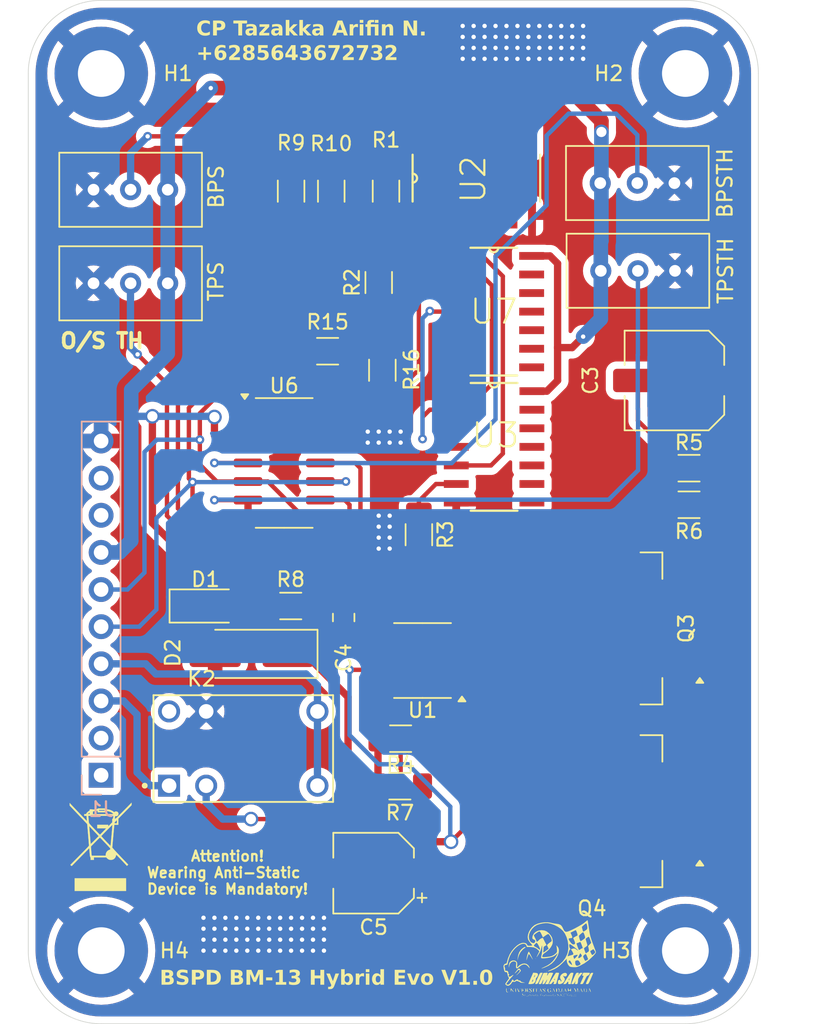
<source format=kicad_pcb>
(kicad_pcb (version 20240108) (generator "pcbnew") (generator_version "8.0")
  (layers (0 "F.Cu" signal) (31 "B.Cu" signal) (34 "B.Paste" user) (35 "F.Paste" user) (36 "B.SilkS" user "B.Silkscreen") (37 "F.SilkS" user "F.Silkscreen") (38 "B.Mask" user) (39 "F.Mask" user) (44 "Edge.Cuts" user))
  (net 0 "")
  (net 1 "GND")
  (net 2 "+5V")
  (net 3 "Net-(Q3-G)")
  (net 4 "Net-(U1-CV)")
  (net 5 "Net-(Q4-D)")
  (net 6 "Net-(Q3-D)")
  (net 7 "Net-(U2-1A)")
  (net 8 "Net-(U2-1B)")
  (net 9 "Net-(U2-1Y)")
  (net 11 "Net-(D1-A)")
  (net 12 "Net-(D2-K)")
  (net 22 "Net-(U3-2Y)")
  (net 23 "Net-(U6C-+)")
  (net 24 "Net-(U6D-+)")
  (net 25 "Net-(U3-1A)")
  (net 26 "Net-(U3-1B)")
  (net 27 "Net-(U6A--)")
  (net 30 "Net-(U3-1Y)")
  (net 32 "BrakePress")
  (net 36 "ThrottlePos")
  (net 37 "NC")
  (net 38 "COM")
  (net 39 "Net-(U7-1A)")
  (net 40 "Net-(U7-2A)")
  (footprint "Resistor_SMD:R_1206_3216Metric_Pad1.30x1.75mm_HandSolder" (layer "F.Cu") (at 147.5 73.55 -90)
    (property "Reference" "R10")
    (property "Value" "1M")
  )
  (footprint "Package_SO:SOIC-8_3.9x4.9mm_P1.27mm" (layer "F.Cu") (at 153.75 105.655 180)
    (property "Reference" "U1")
    (property "Value" "NE555D")
  )
  (footprint "Potentiometer_THT:Potentiometer_Bourns_3296W_Vertical" (layer "F.Cu") (at 136.3 73.45)
    (property "Reference" "BPS")
    (property "Value" "R_Potentiometer_Trim")
  )
  (footprint "Resistor_SMD:R_1206_3216Metric_Pad1.30x1.75mm_HandSolder" (layer "F.Cu") (at 152.2 114.25 180)
    (property "Reference" "R7")
    (property "Value" "1M")
  )
  (footprint "Resistor_SMD:R_1206_3216Metric_Pad1.30x1.75mm_HandSolder" (layer "F.Cu") (at 147.25 84.5)
    (property "Reference" "R15")
    (property "Value" "10K")
  )
  (footprint "Resistor_SMD:R_1206_3216Metric_Pad1.30x1.75mm_HandSolder" (layer "F.Cu") (at 153.5 97.05 -90)
    (property "Reference" "R3")
    (property "Value" "10K")
  )
  (footprint "Resistor_SMD:R_1206_3216Metric_Pad1.30x1.75mm_HandSolder" (layer "F.Cu") (at 172 92.5 180)
    (property "Reference" "R5")
    (property "Value" "100K")
  )
  (footprint "74HC04D:SOIC127P600X175-14N" (layer "F.Cu") (at 158.6316 81.79)
    (property "Reference" "U7")
    (property "Value" "74HC04D")
  )
  (footprint "MountingHole:MountingHole_3.2mm_M3_Pad_TopBottom" (layer "F.Cu") (at 131.75 125.5)
    (property "Reference" "H4")
    (property "Value" "MountingHole_Pad")
  )
  (footprint "G5V-1_DC5:RELAY_G5V-1_DC5" (layer "F.Cu") (at 141.475 111.675)
    (property "Reference" "K2")
    (property "Value" "G5V-1_DC5")
  )
  (footprint "Capacitor_SMD:CP_Elec_5x5.3" (layer "F.Cu") (at 150.4 120.2 180)
    (property "Reference" "C5")
    (property "Value" "10uF")
  )
  (footprint "Resistor_SMD:R_1206_3216Metric_Pad1.30x1.75mm_HandSolder" (layer "F.Cu") (at 151 85.8 -90)
    (property "Reference" "R16")
    (property "Value" "10K")
  )
  (footprint "MountingHole:MountingHole_3.2mm_M3_Pad_TopBottom" (layer "F.Cu") (at 131.75 65.5)
    (property "Reference" "H1")
    (property "Value" "MountingHole_Pad")
  )
  (footprint "Package_TO_SOT_SMD:TO-263-2" (layer "F.Cu") (at 165.35 115.96 180)
    (property "Reference" "Q4")
    (property "Value" "IRFS4127")
  )
  (footprint "MountingHole:MountingHole_3.2mm_M3_Pad_TopBottom" (layer "F.Cu") (at 171.75 65.5)
    (property "Reference" "H2")
    (property "Value" "MountingHole_Pad")
  )
  (footprint "Resistor_SMD:R_1206_3216Metric_Pad1.30x1.75mm_HandSolder" (layer "F.Cu") (at 144.75 73.55 -90)
    (property "Reference" "R9")
    (property "Value" "1M")
  )
  (footprint "TazCustomLogo:Bimsaklogo" (layer "F.Cu") (at 162.5 126)
    (property "Reference" "G***" (hide yes))
    (property "Value" "LOGO" (hide yes))
  )
  (footprint "MountingHole:MountingHole_3.2mm_M3_Pad_TopBottom" (layer "F.Cu") (at 171.75 125.5)
    (property "Reference" "H3")
    (property "Value" "MountingHole_Pad")
  )
  (footprint "Resistor_SMD:R_1206_3216Metric_Pad1.30x1.75mm_HandSolder" (layer "F.Cu") (at 172 95 180)
    (property "Reference" "R6")
    (property "Value" "100K")
  )
  (footprint "LED_SMD:LED_1206_3216Metric_Pad1.42x1.75mm_HandSolder" (layer "F.Cu") (at 138.8875 101.925)
    (property "Reference" "D1")
    (property "Value" "LED")
  )
  (footprint "Package_SO:SOIC-14_3.9x8.7mm_P1.27mm" (layer "F.Cu") (at 144.275 92.14)
    (property "Reference" "U6")
    (property "Value" "LM339")
  )
  (footprint "Symbol:WEEE-Logo_4.2x6mm_SilkScreen" (layer "F.Cu") (at 131.7 118.4)
    (property "Reference" "REF**" (hide yes))
    (property "Value" "WEEE-Logo_4.2x6mm_SilkScreen" (hide yes))
  )
  (footprint "Resistor_SMD:R_1206_3216Metric_Pad1.30x1.75mm_HandSolder" (layer "F.Cu") (at 150.75 79.8 90)
    (property "Reference" "R2")
    (property "Value" "10K")
  )
  (footprint "Resistor_SMD:R_1206_3216Metric_Pad1.30x1.75mm_HandSolder" (layer "F.Cu") (at 151.25 73.55 -90)
    (property "Reference" "R1")
    (property "Value" "10K")
  )
  (footprint "Capacitor_SMD:C_Elec_6.3x7.7" (layer "F.Cu") (at 171 86.5 180)
    (property "Reference" "C3")
    (property "Value" "100uF")
  )
  (footprint "Diode_SMD:D_SMA_Handsoldering" (layer "F.Cu") (at 142.05 105.2 180)
    (property "Reference" "D2")
    (property "Value" "SS210")
  )
  (footprint "Resistor_SMD:R_1206_3216Metric_Pad1.30x1.75mm_HandSolder" (layer "F.Cu") (at 144.725 101.925)
    (property "Reference" "R8")
    (property "Value" "150")
  )
  (footprint "ADD ON:SOIC127P600X175-14N" (layer "F.Cu") (at 158.65 91.04)
    (property "Reference" "U3")
    (property "Value" "74HC32D_653")
  )
  (footprint "Potentiometer_THT:Potentiometer_Bourns_3296W_Vertical" (layer "F.Cu") (at 165.96 79 180)
    (property "Reference" "TPSTH")
    (property "Value" "R_Potentiometer_Trim")
  )
  (footprint "Potentiometer_THT:Potentiometer_Bourns_3296W_Vertical" (layer "F.Cu") (at 136.3 79.85)
    (property "Reference" "TPS")
    (property "Value" "R_Potentiometer_Trim")
  )
  (footprint "Potentiometer_THT:Potentiometer_Bourns_3296W_Vertical" (layer "F.Cu") (at 165.92 73 180)
    (property "Reference" "BPSTH")
    (property "Value" "R_Potentiometer_Trim")
  )
  (footprint "Package_TO_SOT_SMD:TO-263-2" (layer "F.Cu") (at 165.35 103.46 180)
    (property "Reference" "Q3")
    (property "Value" "IRFS4127")
  )
  (footprint "Capacitor_SMD:C_0805_2012Metric_Pad1.18x1.45mm_HandSolder" (layer "F.Cu") (at 148.35 102.7125 90)
    (property "Reference" "C4")
    (property "Value" "1uF")
  )
  (footprint "Resistor_SMD:R_1206_3216Metric_Pad1.30x1.75mm_HandSolder" (layer "F.Cu") (at 152.25 111 180)
    (property "Reference" "R4")
    (property "Value" "10K")
  )
  (footprint "ADD ON:SOIC127P600X175-14N" (layer "F.Cu") (at 157.44 72.6592 90)
    (property "Reference" "U2")
    (property "Value" "74HC08D-T")
  )
  (footprint "Connector_PinHeader_2.54mm:PinHeader_1x10_P2.54mm_Vertical" (layer "B.Cu") (at 131.74 113.5)
    (property "Reference" "J1")
    (property "Value" "Conn_01x10_Pin")
  )
  (gr_line (start 131.75 130.5) (end 171.75 130.5) (stroke (width 0.05)) (layer "Edge.Cuts"))
  (gr_arc (start 171.75 60.5) (mid 175.285534 61.964466) (end 176.75 65.5) (stroke (width 0.05)) (layer "Edge.Cuts"))
  (gr_line (start 126.75 125.5) (end 126.75 65.5) (stroke (width 0.05)) (layer "Edge.Cuts"))
  (gr_arc (start 176.75 125.5) (mid 175.285534 129.035534) (end 171.75 130.5) (stroke (width 0.05)) (layer "Edge.Cuts"))
  (gr_line (start 131.75 60.5) (end 171.75 60.5) (stroke (width 0.05)) (layer "Edge.Cuts"))
  (gr_arc (start 131.75 130.5) (mid 128.214466 129.035534) (end 126.75 125.5) (stroke (width 0.05)) (layer "Edge.Cuts"))
  (gr_line (start 176.75 125.5) (end 176.75 65.5) (stroke (width 0.05)) (layer "Edge.Cuts"))
  (gr_arc (start 126.75 65.5) (mid 128.214466 61.964466) (end 131.75 60.5) (stroke (width 0.05)) (layer "Edge.Cuts"))
  (gr_text "O/S TH\n" (at 128.825 84.375 0) (layer "F.SilkS") (effects (font (size 1 1) (thickness 0.25) (bold yes)) (justify left bottom)))
  (gr_text "Attention!\nWearing Anti-Static \nDevice is Mandatory!" (at 140.4 121.7 0) (layer "F.SilkS") (effects (font (size 0.7 0.7) (thickness 0.15) (bold yes)) (justify bottom)))
  (gr_text "BSPD BM-13 Hybrid Evo V1.0" (at 135.75 128 0) (layer "F.SilkS") (effects (font (size 1 1) (thickness 0.2) (bold yes)) (justify left bottom)))
  (gr_text "CP Tazakka Arifin N.\n+6285643672732" (at 138.25 64.75 0) (layer "F.SilkS") (effects (font (size 1 1) (thickness 0.25) (bold yes)) (justify left bottom)))
  (via (at 143.25 123.25) (size 0.6) (drill 0.3) (layers "F.Cu" "B.Cu") (net 1))
  (via (at 145.5 124) (size 0.6) (drill 0.3) (layers "F.Cu" "B.Cu") (net 1))
  (via (at 161 63) (size 0.6) (drill 0.3) (layers "F.Cu" "B.Cu") (net 1))
  (via (at 164.75 63.75) (size 0.6) (drill 0.3) (layers "F.Cu" "B.Cu") (net 1))
  (via (at 164 63) (size 0.6) (drill 0.3) (layers "F.Cu" "B.Cu") (net 1))
  (via (at 150 90.75) (size 0.6) (drill 0.3) (layers "F.Cu" "B.Cu") (net 1))
  (via (at 142.5 125.5) (size 0.6) (drill 0.3) (layers "F.Cu" "B.Cu") (net 1))
  (via (at 151.5 90) (size 0.6) (drill 0.3) (layers "F.Cu" "B.Cu") (net 1))
  (via (at 140.25 124) (size 0.6) (drill 0.3) (layers "F.Cu" "B.Cu") (net 1))
  (via (at 156.5 63) (size 0.6) (drill 0.3) (layers "F.Cu" "B.Cu") (net 1))
  (via (at 162.5 63) (size 0.6) (drill 0.3) (layers "F.Cu" "B.Cu") (net 1))
  (via (at 150 90) (size 0.6) (drill 0.3) (layers "F.Cu" "B.Cu") (net 1))
  (via (at 161.75 64.5) (size 0.6) (drill 0.3) (layers "F.Cu" "B.Cu") (net 1))
  (via (at 141 123.25) (size 0.6) (drill 0.3) (layers "F.Cu" "B.Cu") (net 1))
  (via (at 146.25 125.5) (size 0.6) (drill 0.3) (layers "F.Cu" "B.Cu") (net 1))
  (via (at 145.5 123.25) (size 0.6) (drill 0.3) (layers "F.Cu" "B.Cu") (net 1))
  (via (at 151.5 97.25) (size 0.6) (drill 0.3) (layers "F.Cu" "B.Cu") (net 1))
  (via (at 143.25 125.5) (size 0.6) (drill 0.3) (layers "F.Cu" "B.Cu") (net 1))
  (via (at 164.75 62.25) (size 0.6) (drill 0.3) (layers "F.Cu" "B.Cu") (net 1))
  (via (at 151.5 96.5) (size 0.6) (drill 0.3) (layers "F.Cu" "B.Cu") (net 1))
  (via (at 161 64.5) (size 0.6) (drill 0.3) (layers "F.Cu" "B.Cu") (net 1))
  (via (at 138.75 123.25) (size 0.6) (drill 0.3) (layers "F.Cu" "B.Cu") (net 1))
  (via (at 162.5 63.75) (size 0.6) (drill 0.3) (layers "F.Cu" "B.Cu") (net 1))
  (via (at 150.75 97.25) (size 0.6) (drill 0.3) (layers "F.Cu" "B.Cu") (net 1))
  (via (at 157.25 62.25) (size 0.6) (drill 0.3) (layers "F.Cu" "B.Cu") (net 1))
  (via (at 164 64.5) (size 0.6) (drill 0.3) (layers "F.Cu" "B.Cu") (net 1))
  (via (at 141 124.75) (size 0.6) (drill 0.3) (layers "F.Cu" "B.Cu") (net 1))
  (via (at 150.75 95.75) (size 0.6) (drill 0.3) (layers "F.Cu" "B.Cu") (net 1))
  (via (at 150.75 96.5) (size 0.6) (drill 0.3) (layers "F.Cu" "B.Cu") (net 1))
  (via (at 159.5 62.25) (size 0.6) (drill 0.3) (layers "F.Cu" "B.Cu") (net 1))
  (via (at 147 124.75) (size 0.6) (drill 0.3) (layers "F.Cu" "B.Cu") (net 1))
  (via (at 141.75 123.25) (size 0.6) (drill 0.3) (layers "F.Cu" "B.Cu") (net 1))
  (via (at 162.5 62.25) (size 0.6) (drill 0.3) (layers "F.Cu" "B.Cu") (net 1))
  (via (at 141.75 124.75) (size 0.6) (drill 0.3) (layers "F.Cu" "B.Cu") (net 1))
  (via (at 144.75 123.25) (size 0.6) (drill 0.3) (layers "F.Cu" "B.Cu") (net 1))
  (via (at 147 125.5) (size 0.6) (drill 0.3) (layers "F.Cu" "B.Cu") (net 1))
  (via (at 151.5 95.75) (size 0.6) (drill 0.3) (layers "F.Cu" "B.Cu") (net 1))
  (via (at 161.75 63.75) (size 0.6) (drill 0.3) (layers "F.Cu" "B.Cu") (net 1))
  (via (at 159.5 63.75) (size 0.6) (drill 0.3) (layers "F.Cu" "B.Cu") (net 1))
  (via (at 150.75 90) (size 0.6) (drill 0.3) (layers "F.Cu" "B.Cu") (net 1))
  (via (at 139.5 124.75) (size 0.6) (drill 0.3) (layers "F.Cu" "B.Cu") (net 1))
  (via (at 159.5 64.5) (size 0.6) (drill 0.3) (layers "F.Cu" "B.Cu") (net 1))
  (via (at 158 64.5) (size 0.6) (drill 0.3) (layers "F.Cu" "B.Cu") (net 1))
  (via (at 156.5 62.25) (size 0.6) (drill 0.3) (layers "F.Cu" "B.Cu") (net 1))
  (via (at 147 123.25) (size 0.6) (drill 0.3) (layers "F.Cu" "B.Cu") (net 1))
  (via (at 159.5 63) (size 0.6) (drill 0.3) (layers "F.Cu" "B.Cu") (net 1))
  (via (at 146.25 124) (size 0.6) (drill 0.3) (layers "F.Cu" "B.Cu") (net 1))
  (via (at 141 125.5) (size 0.6) (drill 0.3) (layers "F.Cu" "B.Cu") (net 1))
  (via (at 163.25 63.75) (size 0.6) (drill 0.3) (layers "F.Cu" "B.Cu") (net 1))
  (via (at 157.25 63) (size 0.6) (drill 0.3) (layers "F.Cu" "B.Cu") (net 1))
  (via (at 138.75 125.5) (size 0.6) (drill 0.3) (layers "F.Cu" "B.Cu") (net 1))
  (via (at 138.75 124) (size 0.6) (drill 0.3) (layers "F.Cu" "B.Cu") (net 1))
  (via (at 142.5 123.25) (size 0.6) (drill 0.3) (layers "F.Cu" "B.Cu") (net 1))
  (via (at 147 124) (size 0.6) (drill 0.3) (layers "F.Cu" "B.Cu") (net 1))
  (via (at 164.75 64.5) (size 0.6) (drill 0.3) (layers "F.Cu" "B.Cu") (net 1))
  (via (at 160.25 63) (size 0.6) (drill 0.3) (layers "F.Cu" "B.Cu") (net 1))
  (via (at 152.25 90) (size 0.6) (drill 0.3) (layers "F.Cu" "B.Cu") (net 1))
  (via (at 152.25 90.75) (size 0.6) (drill 0.3) (layers "F.Cu" "B.Cu") (net 1))
  (via (at 158.75 62.25) (size 0.6) (drill 0.3) (layers "F.Cu" "B.Cu") (net 1))
  (via (at 140.25 125.5) (size 0.6) (drill 0.3) (layers "F.Cu" "B.Cu") (net 1))
  (via (at 144 124.75) (size 0.6) (drill 0.3) (layers "F.Cu" "B.Cu") (net 1))
  (via (at 140.25 123.25) (size 0.6) (drill 0.3) (layers "F.Cu" "B.Cu") (net 1))
  (via (at 164 63.75) (size 0.6) (drill 0.3) (layers "F.Cu" "B.Cu") (net 1))
  (via (at 150.75 98) (size 0.6) (drill 0.3) (layers "F.Cu" "B.Cu") (net 1))
  (via (at 143.25 124.75) (size 0.6) (drill 0.3) (layers "F.Cu" "B.Cu") (net 1))
  (via (at 158 62.25) (size 0.6) (drill 0.3) (layers "F.Cu" "B.Cu") (net 1))
  (via (at 142.5 124) (size 0.6) (drill 0.3) (layers "F.Cu" "B.Cu") (net 1))
  (via (at 156.5 64.5) (size 0.6) (drill 0.3) (layers "F.Cu" "B.Cu") (net 1))
  (via (at 145.5 125.5) (size 0.6) (drill 0.3) (layers "F.Cu" "B.Cu") (net 1))
  (via (at 161.75 63) (size 0.6) (drill 0.3) (layers "F.Cu" "B.Cu") (net 1))
  (via (at 163.25 63) (size 0.6) (drill 0.3) (layers "F.Cu" "B.Cu") (net 1))
  (via (at 150.75 90.75) (size 0.6) (drill 0.3) (layers "F.Cu" "B.Cu") (net 1))
  (via (at 163.25 62.25) (size 0.6) (drill 0.3) (layers "F.Cu" "B.Cu") (net 1))
  (via (at 144.75 125.5) (size 0.6) (drill 0.3) (layers "F.Cu" "B.Cu") (net 1))
  (via (at 146.25 124.75) (size 0.6) (drill 0.3) (layers "F.Cu" "B.Cu") (net 1))
  (via (at 157.25 64.5) (size 0.6) (drill 0.3) (layers "F.Cu" "B.Cu") (net 1))
  (via (at 146.25 123.25) (size 0.6) (drill 0.3) (layers "F.Cu" "B.Cu") (net 1))
  (via (at 142.5 124.75) (size 0.6) (drill 0.3) (layers "F.Cu" "B.Cu") (net 1))
  (via (at 158.75 63) (size 0.6) (drill 0.3) (layers "F.Cu" "B.Cu") (net 1))
  (via (at 160.25 63.75) (size 0.6) (drill 0.3) (layers "F.Cu" "B.Cu") (net 1))
  (via (at 141.75 125.5) (size 0.6) (drill 0.3) (layers "F.Cu" "B.Cu") (net 1))
  (via (at 144.75 124) (size 0.6) (drill 0.3) (layers "F.Cu" "B.Cu") (net 1))
  (via (at 151.5 90.75) (size 0.6) (drill 0.3) (layers "F.Cu" "B.Cu") (net 1))
  (via (at 151.5 98) (size 0.6) (drill 0.3) (layers "F.Cu" "B.Cu") (net 1))
  (via (at 143.25 124) (size 0.6) (drill 0.3) (layers "F.Cu" "B.Cu") (net 1))
  (via (at 139.5 124) (size 0.6) (drill 0.3) (layers "F.Cu" "B.Cu") (net 1))
  (via (at 158 63.75) (size 0.6) (drill 0.3) (layers "F.Cu" "B.Cu") (net 1))
  (via (at 163.25 64.5) (size 0.6) (drill 0.3) (layers "F.Cu" "B.Cu") (net 1))
  (via (at 161.75 62.25) (size 0.6) (drill 0.3) (layers "F.Cu" "B.Cu") (net 1))
  (via (at 158.75 64.5) (size 0.6) (drill 0.3) (layers "F.Cu" "B.Cu") (net 1))
  (via (at 139.5 123.25) (size 0.6) (drill 0.3) (layers "F.Cu" "B.Cu") (net 1))
  (via (at 145.5 124.75) (size 0.6) (drill 0.3) (layers "F.Cu" "B.Cu") (net 1))
  (via (at 160.25 62.25) (size 0.6) (drill 0.3) (layers "F.Cu" "B.Cu") (net 1))
  (via (at 144 124) (size 0.6) (drill 0.3) (layers "F.Cu" "B.Cu") (net 1))
  (via (at 144 125.5) (size 0.6) (drill 0.3) (layers "F.Cu" "B.Cu") (net 1))
  (via (at 157.25 63.75) (size 0.6) (drill 0.3) (layers "F.Cu" "B.Cu") (net 1))
  (via (at 160.25 64.5) (size 0.6) (drill 0.3) (layers "F.Cu" "B.Cu") (net 1))
  (via (at 138.75 124.75) (size 0.6) (drill 0.3) (layers "F.Cu" "B.Cu") (net 1))
  (via (at 161 62.25) (size 0.6) (drill 0.3) (layers "F.Cu" "B.Cu") (net 1))
  (via (at 144.75 124.75) (size 0.6) (drill 0.3) (layers "F.Cu" "B.Cu") (net 1))
  (via (at 158.75 63.75) (size 0.6) (drill 0.3) (layers "F.Cu" "B.Cu") (net 1))
  (via (at 162.5 64.5) (size 0.6) (drill 0.3) (layers "F.Cu" "B.Cu") (net 1))
  (via (at 139.5 125.5) (size 0.6) (drill 0.3) (layers "F.Cu" "B.Cu") (net 1))
  (via (at 156.5 63.75) (size 0.6) (drill 0.3) (layers "F.Cu" "B.Cu") (net 1))
  (via (at 164.75 63) (size 0.6) (drill 0.3) (layers "F.Cu" "B.Cu") (net 1))
  (via (at 164 62.25) (size 0.6) (drill 0.3) (layers "F.Cu" "B.Cu") (net 1))
  (via (at 141.75 124) (size 0.6) (drill 0.3) (layers "F.Cu" "B.Cu") (net 1))
  (via (at 144 123.25) (size 0.6) (drill 0.3) (layers "F.Cu" "B.Cu") (net 1))
  (via (at 140.25 124.75) (size 0.6) (drill 0.3) (layers "F.Cu" "B.Cu") (net 1))
  (via (at 161 63.75) (size 0.6) (drill 0.3) (layers "F.Cu" "B.Cu") (net 1))
  (via (at 158 63) (size 0.6) (drill 0.3) (layers "F.Cu" "B.Cu") (net 1))
  (via (at 141 124) (size 0.6) (drill 0.3) (layers "F.Cu" "B.Cu") (net 1))
  (segment (start 156.225 103.75) (end 156.225 102.75) (width 0.5) (layer "F.Cu") (net 2))
  (segment (start 135.25 96.25) (end 135.25 88.95) (width 0.5) (layer "F.Cu") (net 2))
  (segment (start 153.5 66.5) (end 139.25 66.5) (width 1) (layer "F.Cu") (net 2))
  (segment (start 145.7 84.5) (end 145.7 83.8) (width 0.5) (layer "F.Cu") (net 2))
  (segment (start 162.27 87.23) (end 161.2408 87.23) (width 0.5) (layer "F.Cu") (net 2))
  (segment (start 149.75 72) (end 151.25 72) (width 0.5) (layer "F.Cu") (net 2))
  (segment (start 151.275 107.56) (end 152.69 107.56) (width 0.5) (layer "F.Cu") (net 2))
  (segment (start 153.63 70.0684) (end 151.9316 70.0684) (width 0.5) (layer "F.Cu") (net 2))
  (segment (start 166 69.5) (end 166 68.75) (width 1) (layer "F.Cu") (net 2))
  (segment (start 150.7 111) (end 150.7 109.55) (width 0.5) (layer "F.Cu") (net 2))
  (segment (start 149 98.75) (end 137.75 98.75) (width 0.5) (layer "F.Cu") (net 2))
  (segment (start 150.5 82.5) (end 151 83) (width 0.5) (layer "F.Cu") (net 2))
  (segment (start 149.75 78.25) (end 149.5 78) (width 0.5) (layer "F.Cu") (net 2))
  (segment (start 164 84.25) (end 163 84.25) (width 0.5) (layer "F.Cu") (net 2))
  (segment (start 152 101.75) (end 149 98.75) (width 0.5) (layer "F.Cu") (net 2))
  (segment (start 153 107.25) (end 153 105.76005) (width 0.5) (layer "F.Cu") (net 2))
  (segment (start 161.2224 77.98) (end 162.48 77.98) (width 0.5) (layer "F.Cu") (net 2))
  (segment (start 147 82.5) (end 150.5 82.5) (width 0.5) (layer "F.Cu") (net 2))
  (segment (start 140.12 90.87) (end 143.13 90.87) (width 0.5) (layer "F.Cu") (net 2))
  (segment (start 151 83) (end 151 84.25) (width 0.5) (layer "F.Cu") (net 2))
  (segment (start 151.9316 70.0684) (end 151.25 70.75) (width 0.5) (layer "F.Cu") (net 2))
  (segment (start 149.5 73.5) (end 149.5 72.25) (width 0.5) (layer "F.Cu") (net 2))
  (segment (start 153 105.76005) (end 155.01005 103.75) (width 0.5) (layer "F.Cu") (net 2))
  (segment (start 155.01005 103.75) (end 156.225 103.75) (width 0.5) (layer "F.Cu") (net 2))
  (segment (start 153.5 66.5) (end 153.63 66.63) (width 1) (layer "F.Cu") (net 2))
  (segment (start 162.48 77.98) (end 163 78.5) (width 0.5) (layer "F.Cu") (net 2))
  (segment (start 150.75 78.25) (end 149.75 78.25) (width 0.5) (layer "F.Cu") (net 2))
  (segment (start 163 78.5) (end 163 84.25) (width 0.5) (layer "F.Cu") (net 2))
  (segment (start 163.75 66.5) (end 153.5 66.5) (width 1) (layer "F.Cu") (net 2))
  (segment (start 166 68.75) (end 163.75 66.5) (width 1) (layer "F.Cu") (net 2))
  (segment (start 163 86.5) (end 162.27 87.23) (width 0.5) (layer "F.Cu") (net 2))
  (segment (start 144.75 85.45) (end 145.7 84.5) (width 0.5) (layer "F.Cu") (net 2))
  (segment (start 156.225 102.75) (end 155.225 101.75) (width 0.5) (layer "F.Cu") (net 2))
  (segment (start 151.25 70.75) (end 151.25 72) (width 0.5) (layer "F.Cu") (net 2))
  (segment (start 137.75 98.75) (end 135.25 96.25) (width 0.5) (layer "F.Cu") (net 2))
  (segment (start 152.69 107.56) (end 153 107.25) (width 0.5) (layer "F.Cu") (net 2))
  (segment (start 153.63 66.63) (end 153.63 70.0684) (width 0.5) (layer "F.Cu") (net 2))
  (segment (start 150.7 111) (end 150.7 114.2) (width 0.5) (layer "F.Cu") (net 2))
  (segment (start 149.5 78) (end 149.5 73.5) (width 0.5) (layer "F.Cu") (net 2))
  (segment (start 139.5 89) (end 139.5 90.25) (width 0.5) (layer "F.Cu") (net 2))
  (segment (start 155.225 101.75) (end 152 101.75) (width 0.5) (layer "F.Cu") (net 2))
  (segment (start 150.7 109.55) (end 151.275 108.975) (width 0.5) (layer "F.Cu") (net 2))
  (segment (start 149.5 72.25) (end 149.75 72) (width 0.5) (layer "F.Cu") (net 2))
  (segment (start 150.7 114.2) (end 150.65 114.25) (width 0.5) (layer "F.Cu") (net 2))
  (segment (start 145.7 83.8) (end 147 82.5) (width 0.5) (layer "F.Cu") (net 2))
  (segment (start 163 84.25) (end 163 86.5) (width 0.5) (layer "F.Cu") (net 2))
  (segment (start 151.275 108.975) (end 151.275 107.56) (width 0.5) (layer "F.Cu") (net 2))
  (segment (start 139.5 90.25) (end 140.12 90.87) (width 0.5) (layer "F.Cu") (net 2))
  (segment (start 144.75 89.25) (end 144.75 85.45) (width 0.5) (layer "F.Cu") (net 2))
  (segment (start 164.75 83.5) (end 164 84.25) (width 0.5) (layer "F.Cu") (net 2))
  (segment (start 143.13 90.87) (end 144.75 89.25) (width 0.5) (layer "F.Cu") (net 2))
  (via (at 135.25 88.95) (size 1) (drill 0.7) (layers "F.Cu" "B.Cu") (net 2))
  (via (at 139.25 66.5) (size 0.6) (drill 0.3) (layers "F.Cu" "B.Cu") (net 2))
  (via (at 164.75 83.5) (size 0.6) (drill 0.3) (layers "F.Cu" "B.Cu") (net 2))
  (via (at 166 69.5) (size 1) (drill 0.7) (layers "F.Cu" "B.Cu") (net 2))
  (via (at 139.5 89) (size 1) (drill 0.7) (layers "F.Cu" "B.Cu") (net 2))
  (segment (start 136.3 69.45) (end 136.3 84.65) (width 1) (layer "B.Cu") (net 2))
  (segment (start 165.96 82.29) (end 165.96 80.25) (width 1) (layer "B.Cu") (net 2))
  (segment (start 133.8 97.46) (end 133 98.26) (width 1) (layer "B.Cu") (net 2))
  (segment (start 139.25 66.5) (end 136.3 69.45) (width 1) (layer "B.Cu") (net 2))
  (segment (start 166 76.95) (end 165.96 76.99) (width 1) (layer "B.Cu") (net 2))
  (segment (start 166 69.5) (end 166 76.95) (width 1) (layer "B.Cu") (net 2))
  (segment (start 165.96 76.99) (end 165.96 80.25) (width 1) (layer "B.Cu") (net 2))
  (segment (start 133 98.26) (end 131.74 98.26) (width 1) (layer "B.Cu") (net 2))
  (segment (start 133.8 87.15) (end 133.8 97.46) (width 1) (layer "B.Cu") (net 2))
  (segment (start 135.25 88.95) (end 133.8 88.95) (width 0.5) (layer "B.Cu") (net 2))
  (segment (start 136.3 84.65) (end 133.8 87.15) (width 1) (layer "B.Cu") (net 2))
  (segment (start 164.75 83.5) (end 165.96 82.29) (width 1) (layer "B.Cu") (net 2))
  (segment (start 135.25 88.95) (end 139.45 88.95) (width 0.5) (layer "B.Cu") (net 2))
  (segment (start 139.45 88.95) (end 139.5 89) (width 0.5) (layer "B.Cu") (net 2))
  (segment (start 169.25 105) (end 169.25 117.75) (width 0.3) (layer "F.Cu") (net 3))
  (segment (start 168.5 89.25) (end 168.5 86.5375) (width 0.3) (layer "F.Cu") (net 3))
  (segment (start 169.25 105.25) (end 170 106) (width 0.3) (layer "F.Cu") (net 3))
  (segment (start 158.875 97) (end 169.25 97) (width 0.3) (layer "F.Cu") (net 3))
  (segment (start 153.5 98.6) (end 157.275 98.6) (width 0.3) (layer "F.Cu") (net 3))
  (segment (start 168.5 86.5375) (end 168.4625 86.5) (width 0.3) (layer "F.Cu") (net 3))
  (segment (start 169.25 97) (end 170.45 95.8) (width 0.3) (layer "F.Cu") (net 3))
  (segment (start 170.45 95.8) (end 170.45 91.2) (width 0.3) (layer "F.Cu") (net 3))
  (segment (start 170.45 91.2) (end 168.5 89.25) (width 0.3) (layer "F.Cu") (net 3))
  (segment (start 169.25 97) (end 169.25 105) (width 0.3) (layer "F.Cu") (net 3))
  (segment (start 169.25 105) (end 169.25 105.25) (width 0.3) (layer "F.Cu") (net 3))
  (segment (start 170 106) (end 173 106) (width 0.3) (layer "F.Cu") (net 3))
  (segment (start 157.275 98.6) (end 158.875 97) (width 0.3) (layer "F.Cu") (net 3))
  (segment (start 169.25 117.75) (end 170 118.5) (width 0.3) (layer "F.Cu") (net 3))
  (segment (start 170 118.5) (end 173 118.5) (width 0.3) (layer "F.Cu") (net 3))
  (segment (start 151.275 103.75) (end 148.35 103.75) (width 0.5) (layer "F.Cu") (net 4))
  (segment (start 157.79 115.96) (end 163.85 115.96) (width 0.3) (layer "F.Cu") (net 5))
  (segment (start 153.75 118.05) (end 152.6 119.2) (width 0.5) (layer "F.Cu") (net 5))
  (segment (start 153.75 114.25) (end 153.75 118.05) (width 0.5) (layer "F.Cu") (net 5))
  (segment (start 151.275 106.29) (end 151.275 105.02) (width 0.5) (layer "F.Cu") (net 5))
  (segment (start 152.6 119.2) (end 152.6 120.2) (width 0.5) (layer "F.Cu") (net 5))
  (segment (start 148.75 106.29) (end 151.275 106.29) (width 0.3) (layer "F.Cu") (net 5))
  (segment (start 155.7 118.05) (end 153.75 118.05) (width 0.5) (layer "F.Cu") (net 5))
  (segment (start 155.7 118.05) (end 157.79 115.96) (width 0.3) (layer "F.Cu") (net 5))
  (via (at 155.7 118.05) (size 1) (drill 0.7) (layers "F.Cu" "B.Cu") (net 5))
  (via (at 148.75 106.29) (size 0.6) (drill 0.3) (layers "F.Cu" "B.Cu") (net 5))
  (segment (start 148.75 106.29) (end 148.75 110.75) (width 0.3) (layer "B.Cu") (net 5))
  (segment (start 148.75 110.75) (end 150.75 112.75) (width 0.3) (layer "B.Cu") (net 5))
  (segment (start 152.75 112.75) (end 155.65 115.65) (width 0.3) (layer "B.Cu") (net 5))
  (segment (start 155.65 118) (end 155.7 118.05) (width 0.3) (layer "B.Cu") (net 5))
  (segment (start 150.75 112.75) (end 152.75 112.75) (width 0.3) (layer "B.Cu") (net 5))
  (segment (start 155.65 115.65) (end 155.65 118) (width 0.3) (layer "B.Cu") (net 5))
  (segment (start 154.5 108.6) (end 153.8 109.3) (width 0.3) (layer "F.Cu") (net 6))
  (segment (start 154.75 106.29) (end 154.5 106.54) (width 0.3) (layer "F.Cu") (net 6))
  (segment (start 153.8 111) (end 156.25 111) (width 0.3) (layer "F.Cu") (net 6))
  (segment (start 156.225 106.29) (end 154.75 106.29) (width 0.3) (layer "F.Cu") (net 6))
  (segment (start 153.8 109.3) (end 153.8 111) (width 0.3) (layer "F.Cu") (net 6))
  (segment (start 156.25 111) (end 161.015 106.235) (width 0.3) (layer "F.Cu") (net 6))
  (segment (start 154.5 106.54) (end 154.5 108.6) (width 0.3) (layer "F.Cu") (net 6))
  (segment (start 161.015 106.235) (end 161.425 106.235) (width 0.3) (layer "F.Cu") (net 6))
  (segment (start 152.75 78.5) (end 151.5 79.75) (width 0.3) (layer "F.Cu") (net 7))
  (segment (start 141.8 86.7) (end 141.8 88.33) (width 0.3) (layer "F.Cu") (net 7))
  (segment (start 153.63 75.25) (end 151.4 75.25) (width 0.3) (layer "F.Cu") (net 7))
  (segment (start 144.5 81.5) (end 142.75 83.25) (width 0.3) (layer "F.Cu") (net 7))
  (segment (start 142.75 83.25) (end 142.75 85.75) (width 0.3) (layer "F.Cu") (net 7))
  (segment (start 151.4 75.25) (end 151.25 75.1) (width 0.3) (layer "F.Cu") (net 7))
  (segment (start 147.25 79.75) (end 145.5 81.5) (width 0.3) (layer "F.Cu") (net 7))
  (segment (start 153.63 76.87) (end 152.75 77.75) (width 0.3) (layer "F.Cu") (net 7))
  (segment (start 153.63 75.25) (end 153.63 76.87) (width 0.3) (layer "F.Cu") (net 7))
  (segment (start 142.75 85.75) (end 141.8 86.7) (width 0.3) (layer "F.Cu") (net 7))
  (segment (start 151.5 79.75) (end 147.25 79.75) (width 0.3) (layer "F.Cu") (net 7))
  (segment (start 152.75 77.75) (end 152.75 78.5) (width 0.3) (layer "F.Cu") (net 7))
  (segment (start 145.5 81.5) (end 144.5 81.5) (width 0.3) (layer "F.Cu") (net 7))
  (segment (start 146.444974 81.5) (end 150.75 81.5) (width 0.3) (layer "F.Cu") (net 8))
  (segment (start 153.5 78.25) (end 154.9 76.85) (width 0.3) (layer "F.Cu") (net 8))
  (segment (start 150.75 81.5) (end 153.5 78.75) (width 0.3) (layer "F.Cu") (net 8))
  (segment (start 154.9 76.85) (end 154.9 75.25) (width 0.3) (layer "F.Cu") (net 8))
  (segment (start 141.025 89.6) (end 142.9 89.6) (width 0.3) (layer "F.Cu") (net 8))
  (segment (start 143.75 88.75) (end 143.75 83.5) (width 0.3) (layer "F.Cu") (net 8))
  (segment (start 145.694974 82.25) (end 146.444974 81.5) (width 0.3) (layer "F.Cu") (net 8))
  (segment (start 142.9 89.6) (end 143.75 88.75) (width 0.3) (layer "F.Cu") (net 8))
  (segment (start 145 82.25) (end 145.694974 82.25) (width 0.3) (layer "F.Cu") (net 8))
  (segment (start 153.5 78.75) (end 153.5 78.25) (width 0.3) (layer "F.Cu") (net 8))
  (segment (start 143.75 83.5) (end 145 82.25) (width 0.3) (layer "F.Cu") (net 8))
  (segment (start 156.0592 92.31) (end 158.44 92.31) (width 0.3) (layer "F.Cu") (net 9))
  (segment (start 156.17 76.2916) (end 156.17 75.25) (width 0.3) (layer "F.Cu") (net 9))
  (segment (start 159.25 91.5) (end 159.25 79.3716) (width 0.3) (layer "F.Cu") (net 9))
  (segment (start 159.25 79.3716) (end 156.17 76.2916) (width 0.3) (layer "F.Cu") (net 9))
  (segment (start 158.44 92.31) (end 159.25 91.5) (width 0.3) (layer "F.Cu") (net 9))
  (segment (start 143.175 101.925) (end 140.375 101.925) (width 0.5) (layer "F.Cu") (net 11))
  (segment (start 152.25 115.75) (end 152.25 109.75) (width 0.3) (layer "F.Cu") (net 12))
  (segment (start 154.73 105.02) (end 156.225 105.02) (width 0.3) (layer "F.Cu") (net 12))
  (segment (start 148.65 116.5) (end 151.5 116.5) (width 0.3) (layer "F.Cu") (net 12))
  (segment (start 151.5 116.5) (end 152.25 115.75) (width 0.3) (layer "F.Cu") (net 12))
  (segment (start 153.75 106) (end 154.73 105.02) (width 0.3) (layer "F.Cu") (net 12))
  (segment (start 146.275 102.85) (end 146.275 101.925) (width 0.5) (layer "F.Cu") (net 12))
  (segment (start 144.975 104.475) (end 148.65 108.15) (width 0.5) (layer "F.Cu") (net 12))
  (segment (start 148.65 108.15) (end 148.65 116.5) (width 0.5) (layer "F.Cu") (net 12))
  (segment (start 153.75 108.25) (end 153.75 106) (width 0.3) (layer "F.Cu") (net 12))
  (segment (start 144.55 105.2) (end 144.55 104.575) (width 0.5) (layer "F.Cu") (net 12))
  (segment (start 144.55 104.575) (end 146.275 102.85) (width 0.5) (layer "F.Cu") (net 12))
  (segment (start 142 116.5) (end 148.65 116.5) (width 0.3) (layer "F.Cu") (net 12))
  (segment (start 152.25 109.75) (end 153.75 108.25) (width 0.3) (layer "F.Cu") (net 12))
  (via (at 142 116.5) (size 1) (drill 0.7) (layers "F.Cu" "B.Cu") (net 12))
  (segment (start 138.935 115.36) (end 138.935 114.215) (width 0.5) (layer "B.Cu") (net 12))
  (segment (start 140.075 116.5) (end 138.935 115.36) (width 0.5) (layer "B.Cu") (net 12))
  (segment (start 142 116.5) (end 140.075 116.5) (width 0.5) (layer "B.Cu") (net 12))
  (segment (start 153.5 94.75) (end 154.67 93.58) (width 0.3) (layer "F.Cu") (net 22))
  (segment (start 153.5 95.5) (end 153.5 94.75) (width 0.3) (layer "F.Cu") (net 22))
  (segment (start 154.67 93.58) (end 156.0592 93.58) (width 0.3) (layer "F.Cu") (net 22))
  (segment (start 149.5 92.5) (end 149.14 92.14) (width 0.3) (layer "F.Cu") (net 23))
  (segment (start 138.25 97.75) (end 148.5 97.75) (width 0.3) (layer "F.Cu") (net 23))
  (segment (start 136.25 95.75) (end 138.25 97.75) (width 0.3) (layer "F.Cu") (net 23))
  (segment (start 149.5 96.75) (end 149.5 92.5) (width 0.3) (layer "F.Cu") (net 23))
  (segment (start 149.14 92.14) (end 146.4184 92.14) (width 0.3) (layer "F.Cu") (net 23))
  (segment (start 134.2375 84.7125) (end 136.25 86.725) (width 0.3) (layer "F.Cu") (net 23))
  (segment (start 148.5 97.75) (end 149.5 96.75) (width 0.3) (layer "F.Cu") (net 23))
  (segment (start 136.25 86.725) (end 136.25 95.75) (width 0.3) (layer "F.Cu") (net 23))
  (via (at 134.2375 84.7125) (size 0.6) (drill 0.3) (layers "F.Cu" "B.Cu") (net 23))
  (segment (start 133.75 84.225) (end 133.75 79.86) (width 0.5) (layer "B.Cu") (net 23))
  (segment (start 134.2375 84.7125) (end 133.75 84.225) (width 0.5) (layer "B.Cu") (net 23))
  (segment (start 133.75 79.86) (end 133.76 79.85) (width 0.5) (layer "B.Cu") (net 23))
  (segment (start 134.925 69.8) (end 140.675 69.8) (width 0.3) (layer "F.Cu") (net 24))
  (segment (start 148.75 95) (end 148.43 94.68) (width 0.3) (layer "F.Cu") (net 24))
  (segment (start 137 88) (end 137 95.25) (width 0.3) (layer "F.Cu") (net 24))
  (segment (start 148.75 96.5) (end 148.75 95) (width 0.3) (layer "F.Cu") (net 24))
  (segment (start 148.25 97) (end 148.75 96.5) (width 0.3) (layer "F.Cu") (net 24))
  (segment (start 140.675 69.8) (end 142 71.125) (width 0.3) (layer "F.Cu") (net 24))
  (segment (start 139.5 85.5) (end 137 88) (width 0.3) (layer "F.Cu") (net 24))
  (segment (start 142 80) (end 139.5 82.5) (width 0.3) (layer "F.Cu") (net 24))
  (segment (start 148.43 94.68) (end 146.4184 94.68) (width 0.3) (layer "F.Cu") (net 24))
  (segment (start 138.75 97) (end 148.25 97) (width 0.3) (layer "F.Cu") (net 24))
  (segment (start 139.5 82.5) (end 139.5 85.5) (width 0.3) (layer "F.Cu") (net 24))
  (segment (start 137 95.25) (end 138.75 97) (width 0.3) (layer "F.Cu") (net 24))
  (segment (start 142 71.125) (end 142 80) (width 0.3) (layer "F.Cu") (net 24))
  (via (at 134.925 69.8) (size 0.6) (drill 0.3) (layers "F.Cu" "B.Cu") (net 24))
  (segment (start 134.925 69.8) (end 133.76 70.965) (width 0.5) (layer "B.Cu") (net 24))
  (segment (start 133.76 70.965) (end 133.76 73.45) (width 0.5) (layer "B.Cu") (net 24))
  (segment (start 158.02 87.23) (end 156.0592 87.23) (width 0.3) (layer "F.Cu") (net 25))
  (segment (start 156.0408 79.25) (end 157.75 79.25) (width 0.3) (layer "F.Cu") (net 25))
  (segment (start 157.75 79.25) (end 158.5 80) (width 0.3) (layer "F.Cu") (net 25))
  (segment (start 158.5 86.75) (end 158.02 87.23) (width 0.3) (layer "F.Cu") (net 25))
  (segment (start 158.5 80) (end 158.5 86.75) (width 0.3) (layer "F.Cu") (net 25))
  (segment (start 154.29 81.79) (end 156.0408 81.79) (width 0.3) (layer "F.Cu") (net 26))
  (segment (start 153.75 89) (end 154.25 88.5) (width 0.3) (layer "F.Cu") (net 26))
  (segment (start 153.75 90.5) (end 153.75 89) (width 0.3) (layer "F.Cu") (net 26))
  (segment (start 154.25 81.75) (end 154.29 81.79) (width 0.3) (layer "F.Cu") (net 26))
  (segment (start 154.25 88.5) (end 156.0592 88.5) (width 0.3) (layer "F.Cu") (net 26))
  (via (at 153.75 90.5) (size 0.6) (drill 0.3) (layers "F.Cu" "B.Cu") (net 26))
  (via (at 154.25 81.75) (size 0.6) (drill 0.3) (layers "F.Cu" "B.Cu") (net 26))
  (segment (start 154.25 81.75) (end 153.75 82.25) (width 0.3) (layer "B.Cu") (net 26))
  (segment (start 153.75 82.25) (end 153.75 90.5) (width 0.3) (layer "B.Cu") (net 26))
  (segment (start 139.5 92.14) (end 141.4684 92.14) (width 0.3) (layer "F.Cu") (net 27))
  (via (at 139.5 92.14) (size 0.6) (drill 0.3) (layers "F.Cu" "B.Cu") (net 27))
  (segment (start 158.75 89.15) (end 158.75 78) (width 0.3) (layer "B.Cu") (net 27))
  (segment (start 163.75 68.25) (end 167 68.25) (width 0.3) (layer "B.Cu") (net 27))
  (segment (start 158.75 78) (end 162.25 74.5) (width 0.3) (layer "B.Cu") (net 27))
  (segment (start 162.25 74.5) (end 162.25 69.75) (width 0.3) (layer "B.Cu") (net 27))
  (segment (start 167 68.25) (end 168.46 69.71) (width 0.3) (layer "B.Cu") (net 27))
  (segment (start 139.51 92.15) (end 155.75 92.15) (width 0.3) (layer "B.Cu") (net 27))
  (segment (start 168.46 69.71) (end 168.46 73) (width 0.3) (layer "B.Cu") (net 27))
  (segment (start 139.5 92.14) (end 139.51 92.15) (width 0.3) (layer "B.Cu") (net 27))
  (segment (start 162.25 69.75) (end 163.75 68.25) (width 0.3) (layer "B.Cu") (net 27))
  (segment (start 155.75 92.15) (end 158.75 89.15) (width 0.3) (layer "B.Cu") (net 27))
  (segment (start 156.0592 91.04) (end 156.0592 89.77) (width 0.2) (layer "F.Cu") (net 30))
  (segment (start 145.25 80.5) (end 147.5 78.25) (width 0.3) (layer "F.Cu") (net 32))
  (segment (start 138.5 90.55) (end 138.5 88.75) (width 0.3) (layer "F.Cu") (net 32))
  (segment (start 147.5 78.25) (end 147.5 75.1) (width 0.3) (layer "F.Cu") (net 32))
  (segment (start 138.5 88.75) (end 141.75 85.5) (width 0.3) (layer "F.Cu") (net 32))
  (segment (start 145.7 95.95) (end 146.4184 95.95) (width 0.3) (layer "F.Cu") (net 32))
  (segment (start 138.5 90.55) (end 138.5 92.25) (width 0.3) (layer "F.Cu") (net 32))
  (segment (start 141.75 85.5) (end 141.75 82.75) (width 0.3) (layer "F.Cu") (net 32))
  (segment (start 143.16 93.41) (end 145.7 95.95) (width 0.3) (layer "F.Cu") (net 32))
  (segment (start 141.75 82.75) (end 144 80.5) (width 0.3) (layer "F.Cu") (net 32))
  (segment (start 139.66 93.41) (end 143.16 93.41) (width 0.3) (layer "F.Cu") (net 32))
  (segment (start 138.5 92.25) (end 139.66 93.41) (width 0.3) (layer "F.Cu") (net 32))
  (segment (start 144 80.5) (end 145.25 80.5) (width 0.3) (layer "F.Cu") (net 32))
  (via (at 138.5 90.55) (size 0.6) (drill 0.3) (layers "F.Cu" "B.Cu") (net 32))
  (segment (start 134.71 91.39) (end 134.71 99.64) (width 0.3) (layer "B.Cu") (net 32))
  (segment (start 133.55 100.8) (end 131.74 100.8) (width 0.3) (layer "B.Cu") (net 32))
  (segment (start 135.55 90.55) (end 134.71 91.39) (width 0.3) (layer "B.Cu") (net 32))
  (segment (start 134.71 99.64) (end 133.55 100.8) (width 0.3) (layer "B.Cu") (net 32))
  (segment (start 138.5 90.55) (end 135.55 90.55) (width 0.3) (layer "B.Cu") (net 32))
  (segment (start 138 93.45) (end 137.75 93.2) (width 0.3) (layer "F.Cu") (net 36))
  (segment (start 137.75 93.2) (end 137.75 88.375) (width 0.3) (layer "F.Cu") (net 36))
  (segment (start 138 95.25) (end 138.7 95.95) (width 0.3) (layer "F.Cu") (net 36))
  (segment (start 140.75 82.5) (end 144.75 78.5) (width 0.3) (layer "F.Cu") (net 36))
  (segment (start 144.75 78.5) (end 144.75 75.1) (width 0.3) (layer "F.Cu") (net 36))
  (segment (start 141.8 94.68) (end 141.8 95.95) (width 0.5) (layer "F.Cu") (net 36))
  (segment (start 138 93.45) (end 138 95.25) (width 0.3) (layer "F.Cu") (net 36))
  (segment (start 140.75 85.375) (end 140.75 82.5) (width 0.3) (layer "F.Cu") (net 36))
  (segment (start 138.7 95.95) (end 141.025 95.95) (width 0.3) (layer "F.Cu") (net 36))
  (segment (start 141.4684 94.68) (end 139.5 94.68) (width 0.3) (layer "F.Cu") (net 36))
  (segment (start 137.75 88.375) (end 140.75 85.375) (width 0.3) (layer "F.Cu") (net 36))
  (segment (start 148.5 93.41) (end 146.75 93.41) (width 0.3) (layer "F.Cu") (net 36))
  (segment (start 141.8 95.95) (end 141.025 95.95) (width 0.5) (layer "F.Cu") (net 36))
  (via (at 139.5 94.68) (size 0.6) (drill 0.3) (layers "F.Cu" "B.Cu") (net 36))
  (via (at 148.5 93.41) (size 0.6) (drill 0.3) (layers "F.Cu" "B.Cu") (net 36))
  (via (at 138 93.45) (size 0.6) (drill 0.3) (layers "F.Cu" "B.Cu") (net 36))
  (segment (start 168.49 88.43) (end 168.49 84.75) (width 0.3) (layer "B.Cu") (net 36))
  (segment (start 148.46 93.45) (end 148.5 93.41) (width 0.3) (layer "B.Cu") (net 36))
  (segment (start 134.35 103.34) (end 131.74 103.34) (width 0.3) (layer "B.Cu") (net 36))
  (segment (start 168.5 84.74) (end 168.5 79) (width 0.3) (layer "B.Cu") (net 36))
  (segment (start 138 93.45) (end 148.46 93.45) (width 0.3) (layer "B.Cu") (net 36))
  (segment (start 135.525 102.165) (end 134.35 103.34) (width 0.3) (layer "B.Cu") (net 36))
  (segment (start 139.5 94.68) (end 139.53 94.65) (width 0.3) (layer "B.Cu") (net 36))
  (segment (start 168.51 88.45) (end 168.49 88.43) (width 0.3) (layer "B.Cu") (net 36))
  (segment (start 138 93.45) (end 135.525 95.925) (width 0.3) (layer "B.Cu") (net 36))
  (segment (start 139.53 94.65) (end 166.5 94.65) (width 0.3) (layer "B.Cu") (net 36))
  (segment (start 135.525 95.925) (end 135.525 102.165) (width 0.3) (layer "B.Cu") (net 36))
  (segment (start 168.49 84.75) (end 168.5 84.74) (width 0.3) (layer "B.Cu") (net 36))
  (segment (start 166.5 94.65) (end 168.51 92.64) (width 0.3) (layer "B.Cu") (net 36))
  (segment (start 168.51 92.64) (end 168.51 88.45) (width 0.3) (layer "B.Cu") (net 36))
  (segment (start 133.27 108.42) (end 131.74 108.42) (width 0.5) (layer "B.Cu") (net 37))
  (segment (start 135.115 114.215) (end 134.2 113.3) (width 0.5) (layer "B.Cu") (net 37))
  (segment (start 136.395 114.215) (end 135.115 114.215) (width 0.5) (layer "B.Cu") (net 37))
  (segment (start 134.2 109.35) (end 133.27 108.42) (width 0.5) (layer "B.Cu") (net 37))
  (segment (start 134.2 113.3) (end 134.2 109.35) (width 0.5) (layer "B.Cu") (net 37))
  (segment (start 146.555 107.355) (end 145.775 106.575) (width 0.5) (layer "B.Cu") (net 38))
  (segment (start 146.555 109.135) (end 146.555 114.215) (width 0.5) (layer "B.Cu") (net 38))
  (segment (start 145.775 106.575) (end 135.485 106.575) (width 0.5) (layer "B.Cu") (net 38))
  (segment (start 134.79 105.88) (end 131.74 105.88) (width 0.5) (layer "B.Cu") (net 38))
  (segment (start 146.555 109.135) (end 146.555 107.355) (width 0.5) (layer "B.Cu") (net 38))
  (segment (start 135.485 106.575) (end 134.79 105.88) (width 0.5) (layer "B.Cu") (net 38))
  (segment (start 148.35 86) (end 148.25 86) (width 0.3) (layer "F.Cu") (net 39))
  (segment (start 147.25 86) (end 148.25 86) (width 0.3) (layer "F.Cu") (net 39))
  (segment (start 152.75 85) (end 152.75 80.75) (width 0.3) (layer "F.Cu") (net 39))
  (segment (start 151.75 86) (end 152.75 85) (width 0.3) (layer "F.Cu") (net 39))
  (segment (start 145.975 88.33) (end 145.975 87.275) (width 0.3) (layer "F.Cu") (net 39))
  (segment (start 148.8 85.95) (end 148.75 86) (width 0.3) (layer "F.Cu") (net 39))
  (segment (start 148.8 84.5) (end 148.8 85.45) (width 0.5) (layer "F.Cu") (net 39))
  (segment (start 154.25 78.625) (end 154.895 77.98) (width 0.3) (layer "F.Cu") (net 39))
  (segment (start 149.25 86) (end 151.75 86) (width 0.3) (layer "F.Cu") (net 39))
  (segment (start 154.25 79.25) (end 154.25 78.625) (width 0.3) (layer "F.Cu") (net 39))
  (segment (start 154.895 77.98) (end 156.0408 77.98) (width 0.3) (layer "F.Cu") (net 39))
  (segment (start 145.975 87.275) (end 147.25 86) (width 0.3) (layer "F.Cu") (net 39))
  (segment (start 148.8 85.55) (end 148.35 86) (width 0.3) (layer "F.Cu") (net 39))
  (segment (start 148.8 84.5) (end 148.8 85.95) (width 0.3) (layer "F.Cu") (net 39))
  (segment (start 148.75 86) (end 149.25 86) (width 0.3) (layer "F.Cu") (net 39))
  (segment (start 148.8 85.55) (end 149.25 86) (width 0.3) (layer "F.Cu") (net 39))
  (segment (start 148.25 86) (end 148.75 86) (width 0.3) (layer "F.Cu") (net 39))
  (segment (start 148.8 85.45) (end 148.8 85.55) (width 0.3) (layer "F.Cu") (net 39))
  (segment (start 152.75 80.75) (end 154.25 79.25) (width 0.3) (layer "F.Cu") (net 39))
  (segment (start 148.8 84.5) (end 148.8 85.55) (width 0.5) (layer "F.Cu") (net 39))
  (segment (start 151.9 87.35) (end 153.5 85.75) (width 0.3) (layer "F.Cu") (net 40))
  (segment (start 148.275 89.6) (end 150.525 87.35) (width 0.3) (layer "F.Cu") (net 40))
  (segment (start 154.105 80.52) (end 156.0408 80.52) (width 0.3) (layer "F.Cu") (net 40))
  (segment (start 153.5 85.75) (end 153.5 81.125) (width 0.3) (layer "F.Cu") (net 40))
  (segment (start 150.525 87.35) (end 151.9 87.35) (width 0.3) (layer "F.Cu") (net 40))
  (segment (start 145.975 89.6) (end 148.275 89.6) (width 0.3) (layer "F.Cu") (net 40))
  (segment (start 153.5 81.125) (end 154.105 80.52) (width 0.3) (layer "F.Cu") (net 40))
  (zone (net 1) (net_name "GND") (layers "F&B.Cu") (connect_pads (clearance 0.5)) (min_thickness 0.25) (fill yes (thermal_gap 0.5) (thermal_bridge_width 1))
    (polygon (pts (xy 126.75 60.5) (xy 176.75 60.5) (xy 176.75 130.5) (xy 126.75 130.5)))
  )
)
</source>
